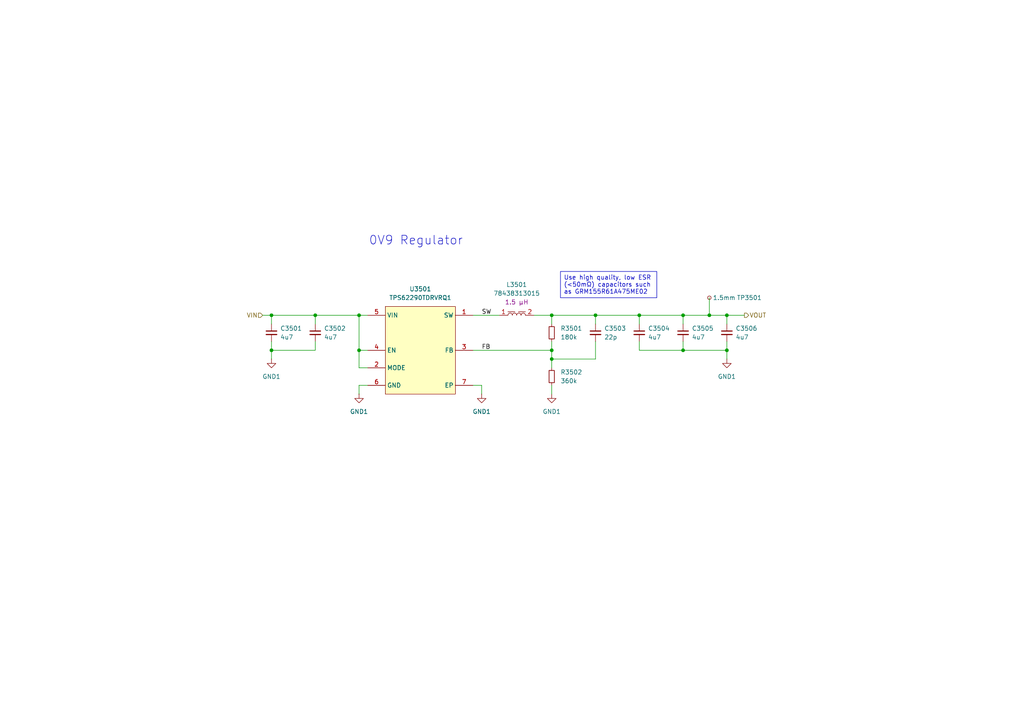
<source format=kicad_sch>
(kicad_sch
	(version 20250114)
	(generator "eeschema")
	(generator_version "9.0")
	(uuid "f18fc87d-cbc7-4ed0-9079-b77cd4454c05")
	(paper "A4")
	(lib_symbols
		(symbol "Connector:TestPoint_Small"
			(pin_numbers
				(hide yes)
			)
			(pin_names
				(offset 0.762)
				(hide yes)
			)
			(exclude_from_sim no)
			(in_bom yes)
			(on_board yes)
			(property "Reference" "TP"
				(at 0 3.81 0)
				(effects
					(font
						(size 1.27 1.27)
					)
				)
			)
			(property "Value" "TestPoint_Small"
				(at 0 2.032 0)
				(effects
					(font
						(size 1.27 1.27)
					)
				)
			)
			(property "Footprint" ""
				(at 5.08 0 0)
				(effects
					(font
						(size 1.27 1.27)
					)
					(hide yes)
				)
			)
			(property "Datasheet" "~"
				(at 5.08 0 0)
				(effects
					(font
						(size 1.27 1.27)
					)
					(hide yes)
				)
			)
			(property "Description" "test point"
				(at 0 0 0)
				(effects
					(font
						(size 1.27 1.27)
					)
					(hide yes)
				)
			)
			(property "ki_keywords" "test point tp"
				(at 0 0 0)
				(effects
					(font
						(size 1.27 1.27)
					)
					(hide yes)
				)
			)
			(property "ki_fp_filters" "Pin* Test*"
				(at 0 0 0)
				(effects
					(font
						(size 1.27 1.27)
					)
					(hide yes)
				)
			)
			(symbol "TestPoint_Small_0_1"
				(circle
					(center 0 0)
					(radius 0.508)
					(stroke
						(width 0)
						(type default)
					)
					(fill
						(type none)
					)
				)
			)
			(symbol "TestPoint_Small_1_1"
				(pin passive line
					(at 0 0 90)
					(length 0)
					(name "1"
						(effects
							(font
								(size 1.27 1.27)
							)
						)
					)
					(number "1"
						(effects
							(font
								(size 1.27 1.27)
							)
						)
					)
				)
			)
			(embedded_fonts no)
		)
		(symbol "Device:C_Small"
			(pin_numbers
				(hide yes)
			)
			(pin_names
				(offset 0.254)
				(hide yes)
			)
			(exclude_from_sim no)
			(in_bom yes)
			(on_board yes)
			(property "Reference" "C"
				(at 0.254 1.778 0)
				(effects
					(font
						(size 1.27 1.27)
					)
					(justify left)
				)
			)
			(property "Value" "C_Small"
				(at 0.254 -2.032 0)
				(effects
					(font
						(size 1.27 1.27)
					)
					(justify left)
				)
			)
			(property "Footprint" ""
				(at 0 0 0)
				(effects
					(font
						(size 1.27 1.27)
					)
					(hide yes)
				)
			)
			(property "Datasheet" "~"
				(at 0 0 0)
				(effects
					(font
						(size 1.27 1.27)
					)
					(hide yes)
				)
			)
			(property "Description" "Unpolarized capacitor, small symbol"
				(at 0 0 0)
				(effects
					(font
						(size 1.27 1.27)
					)
					(hide yes)
				)
			)
			(property "ki_keywords" "capacitor cap"
				(at 0 0 0)
				(effects
					(font
						(size 1.27 1.27)
					)
					(hide yes)
				)
			)
			(property "ki_fp_filters" "C_*"
				(at 0 0 0)
				(effects
					(font
						(size 1.27 1.27)
					)
					(hide yes)
				)
			)
			(symbol "C_Small_0_1"
				(polyline
					(pts
						(xy -1.524 0.508) (xy 1.524 0.508)
					)
					(stroke
						(width 0.3048)
						(type default)
					)
					(fill
						(type none)
					)
				)
				(polyline
					(pts
						(xy -1.524 -0.508) (xy 1.524 -0.508)
					)
					(stroke
						(width 0.3302)
						(type default)
					)
					(fill
						(type none)
					)
				)
			)
			(symbol "C_Small_1_1"
				(pin passive line
					(at 0 2.54 270)
					(length 2.032)
					(name "~"
						(effects
							(font
								(size 1.27 1.27)
							)
						)
					)
					(number "1"
						(effects
							(font
								(size 1.27 1.27)
							)
						)
					)
				)
				(pin passive line
					(at 0 -2.54 90)
					(length 2.032)
					(name "~"
						(effects
							(font
								(size 1.27 1.27)
							)
						)
					)
					(number "2"
						(effects
							(font
								(size 1.27 1.27)
							)
						)
					)
				)
			)
			(embedded_fonts no)
		)
		(symbol "Device:R_Small"
			(pin_numbers
				(hide yes)
			)
			(pin_names
				(offset 0.254)
				(hide yes)
			)
			(exclude_from_sim no)
			(in_bom yes)
			(on_board yes)
			(property "Reference" "R"
				(at 0 0 90)
				(effects
					(font
						(size 1.016 1.016)
					)
				)
			)
			(property "Value" "R_Small"
				(at 1.778 0 90)
				(effects
					(font
						(size 1.27 1.27)
					)
				)
			)
			(property "Footprint" ""
				(at 0 0 0)
				(effects
					(font
						(size 1.27 1.27)
					)
					(hide yes)
				)
			)
			(property "Datasheet" "~"
				(at 0 0 0)
				(effects
					(font
						(size 1.27 1.27)
					)
					(hide yes)
				)
			)
			(property "Description" "Resistor, small symbol"
				(at 0 0 0)
				(effects
					(font
						(size 1.27 1.27)
					)
					(hide yes)
				)
			)
			(property "ki_keywords" "R resistor"
				(at 0 0 0)
				(effects
					(font
						(size 1.27 1.27)
					)
					(hide yes)
				)
			)
			(property "ki_fp_filters" "R_*"
				(at 0 0 0)
				(effects
					(font
						(size 1.27 1.27)
					)
					(hide yes)
				)
			)
			(symbol "R_Small_0_1"
				(rectangle
					(start -0.762 1.778)
					(end 0.762 -1.778)
					(stroke
						(width 0.2032)
						(type default)
					)
					(fill
						(type none)
					)
				)
			)
			(symbol "R_Small_1_1"
				(pin passive line
					(at 0 2.54 270)
					(length 0.762)
					(name "~"
						(effects
							(font
								(size 1.27 1.27)
							)
						)
					)
					(number "1"
						(effects
							(font
								(size 1.27 1.27)
							)
						)
					)
				)
				(pin passive line
					(at 0 -2.54 90)
					(length 0.762)
					(name "~"
						(effects
							(font
								(size 1.27 1.27)
							)
						)
					)
					(number "2"
						(effects
							(font
								(size 1.27 1.27)
							)
						)
					)
				)
			)
			(embedded_fonts no)
		)
		(symbol "PWR-IND:1610_78438313015"
			(pin_names
				(hide yes)
			)
			(exclude_from_sim no)
			(in_bom yes)
			(on_board yes)
			(property "Reference" "L"
				(at 0 8.89 0)
				(effects
					(font
						(size 1.27 1.27)
					)
				)
			)
			(property "Value" "78438313015"
				(at 0 6.35 0)
				(effects
					(font
						(size 1.27 1.27)
					)
				)
			)
			(property "Footprint" "project_footprints:L_Wurth_WE-MAIA-1610"
				(at 12.7 20.32 0)
				(effects
					(font
						(size 1.27 1.27)
					)
					(justify left)
					(hide yes)
				)
			)
			(property "Datasheet" "https://www.we-online.com/catalog/datasheet/78438313015.pdf?ki"
				(at 12.7 17.78 0)
				(effects
					(font
						(size 1.27 1.27)
					)
					(justify left)
					(hide yes)
				)
			)
			(property "Description" "Single Coil Power Inductor"
				(at 0 0 0)
				(effects
					(font
						(size 1.27 1.27)
					)
					(hide yes)
				)
			)
			(property "Manufacturer" "Wurth Elektronik"
				(at 12.7 15.24 0)
				(effects
					(font
						(size 1.27 1.27)
					)
					(justify left)
					(hide yes)
				)
			)
			(property "Manufacturer URL" "https://www.we-online.com"
				(at 12.7 12.7 0)
				(effects
					(font
						(size 1.27 1.27)
					)
					(justify left)
					(hide yes)
				)
			)
			(property "Published Date" "20250429"
				(at 12.7 10.16 0)
				(effects
					(font
						(size 1.27 1.27)
					)
					(justify left)
					(hide yes)
				)
			)
			(property "Match Code" "WE-MAIA"
				(at 12.7 7.62 0)
				(effects
					(font
						(size 1.27 1.27)
					)
					(justify left)
					(hide yes)
				)
			)
			(property "Part Number" "78438313015"
				(at 12.7 5.08 0)
				(effects
					(font
						(size 1.27 1.27)
					)
					(justify left)
					(hide yes)
				)
			)
			(property "Size" "1610"
				(at 12.7 2.54 0)
				(effects
					(font
						(size 1.27 1.27)
					)
					(justify left)
					(hide yes)
				)
			)
			(property "Mounting Technology" "SMT"
				(at 12.7 0 0)
				(effects
					(font
						(size 1.27 1.27)
					)
					(justify left)
					(hide yes)
				)
			)
			(property "L (µH)" "1.5"
				(at 12.7 -2.54 0)
				(effects
					(font
						(size 1.27 1.27)
					)
					(justify left)
					(hide yes)
				)
			)
			(property "ISAT,10% (A)" "1.8"
				(at 12.7 -5.08 0)
				(effects
					(font
						(size 1.27 1.27)
					)
					(justify left)
					(hide yes)
				)
			)
			(property "ISAT,30% (A)" "3.45"
				(at 12.7 -7.62 0)
				(effects
					(font
						(size 1.27 1.27)
					)
					(justify left)
					(hide yes)
				)
			)
			(property "RDC max. (mΩ)" "237.0"
				(at 12.7 -10.16 0)
				(effects
					(font
						(size 1.27 1.27)
					)
					(justify left)
					(hide yes)
				)
			)
			(property "fres (MHz)" "90.0"
				(at 12.7 -12.7 0)
				(effects
					(font
						(size 1.27 1.27)
					)
					(justify left)
					(hide yes)
				)
			)
			(property "IRP,40K (A)" "1.8"
				(at 12.7 -15.24 0)
				(effects
					(font
						(size 1.27 1.27)
					)
					(justify left)
					(hide yes)
				)
			)
			(property "Critical Parameter" "1.5 µH"
				(at 0 3.81 0)
				(effects
					(font
						(size 1.27 1.27)
					)
				)
			)
			(property "ki_keywords" "SMT"
				(at 0 0 0)
				(effects
					(font
						(size 1.27 1.27)
					)
					(hide yes)
				)
			)
			(property "ki_fp_filters" "*WE-MAIA*1610*"
				(at 0 0 0)
				(effects
					(font
						(size 1.27 1.27)
					)
					(hide yes)
				)
			)
			(symbol "1610_78438313015_0_1"
				(polyline
					(pts
						(xy -2.54 1.016) (xy -0.508 1.016)
					)
					(stroke
						(width 0)
						(type default)
					)
					(fill
						(type none)
					)
				)
				(arc
					(start -2.54 0)
					(mid -1.905 0.6323)
					(end -1.27 0)
					(stroke
						(width 0)
						(type default)
					)
					(fill
						(type none)
					)
				)
				(arc
					(start -1.27 0)
					(mid -0.635 0.6323)
					(end 0 0)
					(stroke
						(width 0)
						(type default)
					)
					(fill
						(type none)
					)
				)
				(arc
					(start 0 0)
					(mid 0.635 0.6323)
					(end 1.27 0)
					(stroke
						(width 0)
						(type default)
					)
					(fill
						(type none)
					)
				)
				(arc
					(start 1.27 0)
					(mid 1.905 0.6323)
					(end 2.54 0)
					(stroke
						(width 0)
						(type default)
					)
					(fill
						(type none)
					)
				)
			)
			(symbol "1610_78438313015_1_1"
				(polyline
					(pts
						(xy 2.54 1.016) (xy 0.508 1.016)
					)
					(stroke
						(width 0)
						(type default)
					)
					(fill
						(type none)
					)
				)
				(pin power_in line
					(at -5.08 0 0)
					(length 2.54)
					(name "1"
						(effects
							(font
								(size 1.27 1.27)
							)
						)
					)
					(number "1"
						(effects
							(font
								(size 1.27 1.27)
							)
						)
					)
				)
				(pin power_out line
					(at 5.08 0 180)
					(length 2.54)
					(name "2"
						(effects
							(font
								(size 1.27 1.27)
							)
						)
					)
					(number "2"
						(effects
							(font
								(size 1.27 1.27)
							)
						)
					)
				)
			)
			(embedded_fonts no)
		)
		(symbol "PWR-SMPS:TPS62290TDRVRQ1"
			(exclude_from_sim no)
			(in_bom yes)
			(on_board yes)
			(property "Reference" "U"
				(at 0 5.08 0)
				(effects
					(font
						(size 1.27 1.27)
					)
				)
			)
			(property "Value" "TPS62290TDRVRQ1"
				(at 0 2.54 0)
				(effects
					(font
						(size 1.27 1.27)
					)
				)
			)
			(property "Footprint" "project_footprints:SON65P200X200X80-7N"
				(at 26.67 -94.92 0)
				(effects
					(font
						(size 1.27 1.27)
					)
					(justify left top)
					(hide yes)
				)
			)
			(property "Datasheet" "http://www.ti.com/lit/gpn/tps62290-q1"
				(at 26.67 -194.92 0)
				(effects
					(font
						(size 1.27 1.27)
					)
					(justify left top)
					(hide yes)
				)
			)
			(property "Description" "Automotive 2.3V to 6V, 2.25MHz Fixed Frequency 1A Buck Converter in 2x2mm SON/TSOT23 Package"
				(at 0 -27.94 0)
				(effects
					(font
						(size 1.27 1.27)
					)
					(hide yes)
				)
			)
			(property "Height" "0.8"
				(at 26.67 -394.92 0)
				(effects
					(font
						(size 1.27 1.27)
					)
					(justify left top)
					(hide yes)
				)
			)
			(property "Mouser Part Number" "595-TPS62290TDRVRQ1"
				(at 26.67 -494.92 0)
				(effects
					(font
						(size 1.27 1.27)
					)
					(justify left top)
					(hide yes)
				)
			)
			(property "Mouser Price/Stock" "https://www.mouser.co.uk/ProductDetail/Texas-Instruments/TPS62290TDRVRQ1?qs=NiBvnJE4bX0YWtuMnJowVQ%3D%3D"
				(at 26.67 -594.92 0)
				(effects
					(font
						(size 1.27 1.27)
					)
					(justify left top)
					(hide yes)
				)
			)
			(property "Manufacturer_Name" "Texas Instruments"
				(at 26.67 -694.92 0)
				(effects
					(font
						(size 1.27 1.27)
					)
					(justify left top)
					(hide yes)
				)
			)
			(property "Manufacturer_Part_Number" "TPS62290TDRVRQ1"
				(at 26.67 -794.92 0)
				(effects
					(font
						(size 1.27 1.27)
					)
					(justify left top)
					(hide yes)
				)
			)
			(symbol "TPS62290TDRVRQ1_1_1"
				(rectangle
					(start -10.16 0)
					(end 10.16 -25.4)
					(stroke
						(width 0)
						(type solid)
					)
					(fill
						(type background)
					)
				)
				(pin power_in line
					(at -15.24 -2.54 0)
					(length 5.08)
					(name "VIN"
						(effects
							(font
								(size 1.27 1.27)
							)
						)
					)
					(number "5"
						(effects
							(font
								(size 1.27 1.27)
							)
						)
					)
				)
				(pin input line
					(at -15.24 -12.7 0)
					(length 5.08)
					(name "EN"
						(effects
							(font
								(size 1.27 1.27)
							)
						)
					)
					(number "4"
						(effects
							(font
								(size 1.27 1.27)
							)
						)
					)
				)
				(pin input line
					(at -15.24 -17.78 0)
					(length 5.08)
					(name "MODE"
						(effects
							(font
								(size 1.27 1.27)
							)
						)
					)
					(number "2"
						(effects
							(font
								(size 1.27 1.27)
							)
						)
					)
				)
				(pin power_in line
					(at -15.24 -22.86 0)
					(length 5.08)
					(name "GND"
						(effects
							(font
								(size 1.27 1.27)
							)
						)
					)
					(number "6"
						(effects
							(font
								(size 1.27 1.27)
							)
						)
					)
				)
				(pin power_out line
					(at 15.24 -2.54 180)
					(length 5.08)
					(name "SW"
						(effects
							(font
								(size 1.27 1.27)
							)
						)
					)
					(number "1"
						(effects
							(font
								(size 1.27 1.27)
							)
						)
					)
				)
				(pin input line
					(at 15.24 -12.7 180)
					(length 5.08)
					(name "FB"
						(effects
							(font
								(size 1.27 1.27)
							)
						)
					)
					(number "3"
						(effects
							(font
								(size 1.27 1.27)
							)
						)
					)
				)
				(pin power_in line
					(at 15.24 -22.86 180)
					(length 5.08)
					(name "EP"
						(effects
							(font
								(size 1.27 1.27)
							)
						)
					)
					(number "7"
						(effects
							(font
								(size 1.27 1.27)
							)
						)
					)
				)
			)
			(embedded_fonts no)
		)
		(symbol "power:GND1"
			(power)
			(pin_numbers
				(hide yes)
			)
			(pin_names
				(offset 0)
				(hide yes)
			)
			(exclude_from_sim no)
			(in_bom yes)
			(on_board yes)
			(property "Reference" "#PWR"
				(at 0 -6.35 0)
				(effects
					(font
						(size 1.27 1.27)
					)
					(hide yes)
				)
			)
			(property "Value" "GND1"
				(at 0 -3.81 0)
				(effects
					(font
						(size 1.27 1.27)
					)
				)
			)
			(property "Footprint" ""
				(at 0 0 0)
				(effects
					(font
						(size 1.27 1.27)
					)
					(hide yes)
				)
			)
			(property "Datasheet" ""
				(at 0 0 0)
				(effects
					(font
						(size 1.27 1.27)
					)
					(hide yes)
				)
			)
			(property "Description" "Power symbol creates a global label with name \"GND1\" , ground"
				(at 0 0 0)
				(effects
					(font
						(size 1.27 1.27)
					)
					(hide yes)
				)
			)
			(property "ki_keywords" "global power"
				(at 0 0 0)
				(effects
					(font
						(size 1.27 1.27)
					)
					(hide yes)
				)
			)
			(symbol "GND1_0_1"
				(polyline
					(pts
						(xy 0 0) (xy 0 -1.27) (xy 1.27 -1.27) (xy 0 -2.54) (xy -1.27 -1.27) (xy 0 -1.27)
					)
					(stroke
						(width 0)
						(type default)
					)
					(fill
						(type none)
					)
				)
			)
			(symbol "GND1_1_1"
				(pin power_in line
					(at 0 0 270)
					(length 0)
					(name "~"
						(effects
							(font
								(size 1.27 1.27)
							)
						)
					)
					(number "1"
						(effects
							(font
								(size 1.27 1.27)
							)
						)
					)
				)
			)
			(embedded_fonts no)
		)
	)
	(text "0V9 Regulator"
		(exclude_from_sim no)
		(at 120.65 69.85 0)
		(effects
			(font
				(size 2.54 2.54)
			)
		)
		(uuid "7466e9e3-85c7-4d32-9d82-55855d015681")
	)
	(text_box "Use high quality, low ESR (<50mΩ) capacitors such as GRM155R61A475ME02"
		(exclude_from_sim no)
		(at 162.56 78.74 0)
		(size 27.94 7.62)
		(margins 0.9525 0.9525 0.9525 0.9525)
		(stroke
			(width 0)
			(type solid)
		)
		(fill
			(type none)
		)
		(effects
			(font
				(size 1.27 1.27)
			)
			(justify left top)
		)
		(uuid "467d5e68-ce76-4edc-8961-3071dc848990")
	)
	(junction
		(at 198.12 91.44)
		(diameter 0)
		(color 0 0 0 0)
		(uuid "013d1ea5-1c62-44c8-9f53-9f2b55ed354d")
	)
	(junction
		(at 160.02 104.14)
		(diameter 0)
		(color 0 0 0 0)
		(uuid "232c14f3-b2c0-4707-89c0-836713841b33")
	)
	(junction
		(at 172.72 91.44)
		(diameter 0)
		(color 0 0 0 0)
		(uuid "71e9c28c-5f90-45bc-aa8f-a41b93ac813a")
	)
	(junction
		(at 185.42 91.44)
		(diameter 0)
		(color 0 0 0 0)
		(uuid "7cf6279d-f16a-4618-8c9b-351efb22954a")
	)
	(junction
		(at 210.82 101.6)
		(diameter 0)
		(color 0 0 0 0)
		(uuid "8356cb98-13d8-42b6-be03-cd2ccdca53fb")
	)
	(junction
		(at 104.14 101.6)
		(diameter 0)
		(color 0 0 0 0)
		(uuid "85adb1a3-61aa-4de8-9780-97d94dffaa2f")
	)
	(junction
		(at 205.74 91.44)
		(diameter 0)
		(color 0 0 0 0)
		(uuid "878124cf-c4fd-4073-ba34-f9874fb73d0c")
	)
	(junction
		(at 78.74 101.6)
		(diameter 0)
		(color 0 0 0 0)
		(uuid "87cae480-7570-436f-bb26-8777900aeebd")
	)
	(junction
		(at 160.02 91.44)
		(diameter 0)
		(color 0 0 0 0)
		(uuid "9f99ac51-8bef-47f0-8cc5-2143201a8742")
	)
	(junction
		(at 104.14 91.44)
		(diameter 0)
		(color 0 0 0 0)
		(uuid "a1e4d6ef-7dc5-4e97-86e2-d944ad047dba")
	)
	(junction
		(at 91.44 91.44)
		(diameter 0)
		(color 0 0 0 0)
		(uuid "c30032f0-08d3-46ea-a650-80d1584eb94a")
	)
	(junction
		(at 198.12 101.6)
		(diameter 0)
		(color 0 0 0 0)
		(uuid "c6d232e4-85f6-4539-9707-bd786d69605c")
	)
	(junction
		(at 78.74 91.44)
		(diameter 0)
		(color 0 0 0 0)
		(uuid "c9c8444b-f922-4965-980d-d98a33226dd7")
	)
	(junction
		(at 210.82 91.44)
		(diameter 0)
		(color 0 0 0 0)
		(uuid "e508864f-298e-41eb-be28-b6e35b5241a5")
	)
	(junction
		(at 160.02 101.6)
		(diameter 0)
		(color 0 0 0 0)
		(uuid "f1d6a8f9-3db2-404d-9612-e8479a8a190a")
	)
	(wire
		(pts
			(xy 106.68 106.68) (xy 104.14 106.68)
		)
		(stroke
			(width 0)
			(type default)
		)
		(uuid "05eb79ad-7dcf-427a-9e37-0d363a5e9454")
	)
	(wire
		(pts
			(xy 198.12 99.06) (xy 198.12 101.6)
		)
		(stroke
			(width 0)
			(type default)
		)
		(uuid "066a4116-512e-4f00-a01d-72d166f42888")
	)
	(wire
		(pts
			(xy 104.14 111.76) (xy 104.14 114.3)
		)
		(stroke
			(width 0)
			(type default)
		)
		(uuid "1240b837-acfa-4763-8800-5e43df7f208b")
	)
	(wire
		(pts
			(xy 172.72 91.44) (xy 185.42 91.44)
		)
		(stroke
			(width 0)
			(type default)
		)
		(uuid "1bbae22d-4b78-4381-a0cb-97b4aa5f5a68")
	)
	(wire
		(pts
			(xy 160.02 91.44) (xy 172.72 91.44)
		)
		(stroke
			(width 0)
			(type default)
		)
		(uuid "1d575a55-86f8-4a8a-8485-f5dbf62ea5ed")
	)
	(wire
		(pts
			(xy 78.74 91.44) (xy 78.74 93.98)
		)
		(stroke
			(width 0)
			(type default)
		)
		(uuid "1e29d771-7fbe-4b0c-8041-46583096b166")
	)
	(wire
		(pts
			(xy 91.44 99.06) (xy 91.44 101.6)
		)
		(stroke
			(width 0)
			(type default)
		)
		(uuid "28b78613-89b4-4f43-a185-72172bdbf30a")
	)
	(wire
		(pts
			(xy 210.82 91.44) (xy 215.9 91.44)
		)
		(stroke
			(width 0)
			(type default)
		)
		(uuid "360887b8-610e-4a59-9c1b-4724c385df35")
	)
	(wire
		(pts
			(xy 185.42 101.6) (xy 198.12 101.6)
		)
		(stroke
			(width 0)
			(type default)
		)
		(uuid "43882358-d060-44d5-9b42-fc0892ed34b3")
	)
	(wire
		(pts
			(xy 160.02 104.14) (xy 160.02 106.68)
		)
		(stroke
			(width 0)
			(type default)
		)
		(uuid "4a3a7480-f58a-49d5-810a-6b5b987f7144")
	)
	(wire
		(pts
			(xy 160.02 91.44) (xy 160.02 93.98)
		)
		(stroke
			(width 0)
			(type default)
		)
		(uuid "4b86c05f-a421-4aee-b933-f17ce7ab126d")
	)
	(wire
		(pts
			(xy 104.14 106.68) (xy 104.14 101.6)
		)
		(stroke
			(width 0)
			(type default)
		)
		(uuid "550a08c8-d1d8-4752-a9f8-e0093dbe6d2d")
	)
	(wire
		(pts
			(xy 91.44 91.44) (xy 91.44 93.98)
		)
		(stroke
			(width 0)
			(type default)
		)
		(uuid "5f43e262-7cdf-47ad-8035-f07ddd27a3a7")
	)
	(wire
		(pts
			(xy 78.74 91.44) (xy 91.44 91.44)
		)
		(stroke
			(width 0)
			(type default)
		)
		(uuid "617b7c44-5302-4d6b-adc4-8c1ef30107bb")
	)
	(wire
		(pts
			(xy 185.42 99.06) (xy 185.42 101.6)
		)
		(stroke
			(width 0)
			(type default)
		)
		(uuid "73d18cfa-f4d3-4e62-8d89-b4890d6b57ba")
	)
	(wire
		(pts
			(xy 139.7 114.3) (xy 139.7 111.76)
		)
		(stroke
			(width 0)
			(type default)
		)
		(uuid "7d443872-b929-43ae-b600-c84f8e2b971a")
	)
	(wire
		(pts
			(xy 137.16 101.6) (xy 160.02 101.6)
		)
		(stroke
			(width 0)
			(type default)
		)
		(uuid "803c0900-aa3e-43ea-9c04-c811d8bc8ddb")
	)
	(wire
		(pts
			(xy 205.74 91.44) (xy 210.82 91.44)
		)
		(stroke
			(width 0)
			(type default)
		)
		(uuid "8ce3ebb2-3484-425a-9f21-392d6c518dcf")
	)
	(wire
		(pts
			(xy 78.74 101.6) (xy 91.44 101.6)
		)
		(stroke
			(width 0)
			(type default)
		)
		(uuid "8e01651a-ca14-4793-b1e0-3bbc0ab0c967")
	)
	(wire
		(pts
			(xy 172.72 91.44) (xy 172.72 93.98)
		)
		(stroke
			(width 0)
			(type default)
		)
		(uuid "918fa25c-8bd6-43d3-ba57-9028ec3ad928")
	)
	(wire
		(pts
			(xy 160.02 99.06) (xy 160.02 101.6)
		)
		(stroke
			(width 0)
			(type default)
		)
		(uuid "93f3edaf-b60e-48a3-a9ab-30a0dafc0f06")
	)
	(wire
		(pts
			(xy 198.12 91.44) (xy 198.12 93.98)
		)
		(stroke
			(width 0)
			(type default)
		)
		(uuid "9c94d7de-5420-4a98-8b1a-22cbbddd2fdd")
	)
	(wire
		(pts
			(xy 154.94 91.44) (xy 160.02 91.44)
		)
		(stroke
			(width 0)
			(type default)
		)
		(uuid "a57cc820-5f13-4bec-a251-4ee4b84bdcce")
	)
	(wire
		(pts
			(xy 78.74 99.06) (xy 78.74 101.6)
		)
		(stroke
			(width 0)
			(type default)
		)
		(uuid "a9f0d597-4eb2-42c3-8f8e-e5aa768990ab")
	)
	(wire
		(pts
			(xy 139.7 111.76) (xy 137.16 111.76)
		)
		(stroke
			(width 0)
			(type default)
		)
		(uuid "abb893d6-17ed-4388-bb78-f5bd64d609f3")
	)
	(wire
		(pts
			(xy 137.16 91.44) (xy 144.78 91.44)
		)
		(stroke
			(width 0)
			(type default)
		)
		(uuid "abd52fa4-051a-4b8b-a7f4-22a0373dfa46")
	)
	(wire
		(pts
			(xy 210.82 104.14) (xy 210.82 101.6)
		)
		(stroke
			(width 0)
			(type default)
		)
		(uuid "b051f184-a8e0-4b08-a009-57d840c3bc2f")
	)
	(wire
		(pts
			(xy 210.82 101.6) (xy 198.12 101.6)
		)
		(stroke
			(width 0)
			(type default)
		)
		(uuid "bbfaf6d8-32c1-4748-9949-079ab9b19cdf")
	)
	(wire
		(pts
			(xy 76.2 91.44) (xy 78.74 91.44)
		)
		(stroke
			(width 0)
			(type default)
		)
		(uuid "bed9ece8-ab19-4c86-aecb-53efe37e790c")
	)
	(wire
		(pts
			(xy 104.14 91.44) (xy 106.68 91.44)
		)
		(stroke
			(width 0)
			(type default)
		)
		(uuid "bf43206a-01ff-4f5f-a467-cdc683726bb0")
	)
	(wire
		(pts
			(xy 91.44 91.44) (xy 104.14 91.44)
		)
		(stroke
			(width 0)
			(type default)
		)
		(uuid "c80c1f5e-3d48-4947-9f1a-c590970b41c2")
	)
	(wire
		(pts
			(xy 106.68 111.76) (xy 104.14 111.76)
		)
		(stroke
			(width 0)
			(type default)
		)
		(uuid "c8d38696-a602-469b-accb-a22dcb05ace7")
	)
	(wire
		(pts
			(xy 210.82 99.06) (xy 210.82 101.6)
		)
		(stroke
			(width 0)
			(type default)
		)
		(uuid "d0b8fe52-23a6-4ecc-b04c-c2ea979b8a5e")
	)
	(wire
		(pts
			(xy 205.74 91.44) (xy 205.74 86.36)
		)
		(stroke
			(width 0)
			(type default)
		)
		(uuid "d0faff78-81e7-41ab-9da6-2f2e21ffeddc")
	)
	(wire
		(pts
			(xy 210.82 91.44) (xy 210.82 93.98)
		)
		(stroke
			(width 0)
			(type default)
		)
		(uuid "d2afa6a3-a379-4cc8-bc12-f001d6b9606d")
	)
	(wire
		(pts
			(xy 198.12 91.44) (xy 205.74 91.44)
		)
		(stroke
			(width 0)
			(type default)
		)
		(uuid "d5167e4d-ab62-429b-8476-acfb861d771e")
	)
	(wire
		(pts
			(xy 160.02 101.6) (xy 160.02 104.14)
		)
		(stroke
			(width 0)
			(type default)
		)
		(uuid "d66f2adb-155e-4e41-9eaf-25911e52e617")
	)
	(wire
		(pts
			(xy 172.72 99.06) (xy 172.72 104.14)
		)
		(stroke
			(width 0)
			(type default)
		)
		(uuid "dccb04c2-a902-47e0-9992-a859f8ebf99f")
	)
	(wire
		(pts
			(xy 185.42 91.44) (xy 185.42 93.98)
		)
		(stroke
			(width 0)
			(type default)
		)
		(uuid "e1bb2cfa-8ce8-4f5b-a600-0a4b651f4b5d")
	)
	(wire
		(pts
			(xy 185.42 91.44) (xy 198.12 91.44)
		)
		(stroke
			(width 0)
			(type default)
		)
		(uuid "ecc16b00-1a47-49cb-9cc5-234e26832798")
	)
	(wire
		(pts
			(xy 172.72 104.14) (xy 160.02 104.14)
		)
		(stroke
			(width 0)
			(type default)
		)
		(uuid "ee9fb2ef-f739-47f3-8c04-19d70132b2f5")
	)
	(wire
		(pts
			(xy 160.02 111.76) (xy 160.02 114.3)
		)
		(stroke
			(width 0)
			(type default)
		)
		(uuid "f2b2c135-d54f-4da1-a8f7-b4ff0f52167f")
	)
	(wire
		(pts
			(xy 104.14 101.6) (xy 106.68 101.6)
		)
		(stroke
			(width 0)
			(type default)
		)
		(uuid "f39b1e1d-77f2-437f-ab63-0177cc2b1edf")
	)
	(wire
		(pts
			(xy 78.74 104.14) (xy 78.74 101.6)
		)
		(stroke
			(width 0)
			(type default)
		)
		(uuid "f6815445-f65d-4f43-b393-2d6da249b2b4")
	)
	(wire
		(pts
			(xy 104.14 101.6) (xy 104.14 91.44)
		)
		(stroke
			(width 0)
			(type default)
		)
		(uuid "f84f98d0-562f-4f78-8e10-30fd39632bd1")
	)
	(label "SW"
		(at 139.7 91.44 0)
		(effects
			(font
				(size 1.27 1.27)
			)
			(justify left bottom)
		)
		(uuid "1ae86b8e-463d-4488-9d82-4307389f1764")
	)
	(label "FB"
		(at 139.7 101.6 0)
		(effects
			(font
				(size 1.27 1.27)
			)
			(justify left bottom)
		)
		(uuid "a8f5c16d-efbf-4511-8556-ce3f0a44de9e")
	)
	(hierarchical_label "VOUT"
		(shape output)
		(at 215.9 91.44 0)
		(effects
			(font
				(size 1.27 1.27)
			)
			(justify left)
		)
		(uuid "a1839225-99d9-4433-87c0-70b4636c2df4")
	)
	(hierarchical_label "VIN"
		(shape input)
		(at 76.2 91.44 180)
		(effects
			(font
				(size 1.27 1.27)
			)
			(justify right)
		)
		(uuid "da2195a4-0dab-41ac-985d-0d41a40f3e61")
	)
	(symbol
		(lib_id "PWR-SMPS:TPS62290TDRVRQ1")
		(at 121.92 88.9 0)
		(unit 1)
		(exclude_from_sim no)
		(in_bom yes)
		(on_board yes)
		(dnp no)
		(fields_autoplaced yes)
		(uuid "3d59ad09-ea2b-4578-827a-691d58a5da48")
		(property "Reference" "U3501"
			(at 121.92 83.82 0)
			(effects
				(font
					(size 1.27 1.27)
				)
			)
		)
		(property "Value" "TPS62290TDRVRQ1"
			(at 121.92 86.36 0)
			(effects
				(font
					(size 1.27 1.27)
				)
			)
		)
		(property "Footprint" "project_footprints:SON65P200X200X80-7N"
			(at 148.59 183.82 0)
			(effects
				(font
					(size 1.27 1.27)
				)
				(justify left top)
				(hide yes)
			)
		)
		(property "Datasheet" "http://www.ti.com/lit/gpn/tps62290-q1"
			(at 148.59 283.82 0)
			(effects
				(font
					(size 1.27 1.27)
				)
				(justify left top)
				(hide yes)
			)
		)
		(property "Description" "Automotive 2.3V to 6V, 2.25MHz Fixed Frequency 1A Buck Converter in 2x2mm SON/TSOT23 Package"
			(at 121.92 116.84 0)
			(effects
				(font
					(size 1.27 1.27)
				)
				(hide yes)
			)
		)
		(property "Height" "0.8"
			(at 148.59 483.82 0)
			(effects
				(font
					(size 1.27 1.27)
				)
				(justify left top)
				(hide yes)
			)
		)
		(property "Mouser Part Number" "595-TPS62290TDRVRQ1"
			(at 148.59 583.82 0)
			(effects
				(font
					(size 1.27 1.27)
				)
				(justify left top)
				(hide yes)
			)
		)
		(property "Mouser Price/Stock" "https://www.mouser.co.uk/ProductDetail/Texas-Instruments/TPS62290TDRVRQ1?qs=NiBvnJE4bX0YWtuMnJowVQ%3D%3D"
			(at 148.59 683.82 0)
			(effects
				(font
					(size 1.27 1.27)
				)
				(justify left top)
				(hide yes)
			)
		)
		(property "Manufacturer_Name" "Texas Instruments"
			(at 148.59 783.82 0)
			(effects
				(font
					(size 1.27 1.27)
				)
				(justify left top)
				(hide yes)
			)
		)
		(property "Manufacturer_Part_Number" "TPS62290TDRVRQ1"
			(at 148.59 883.82 0)
			(effects
				(font
					(size 1.27 1.27)
				)
				(justify left top)
				(hide yes)
			)
		)
		(pin "1"
			(uuid "c5e68a6a-d97d-4049-b68f-bdafa44017dd")
		)
		(pin "4"
			(uuid "156fdef2-fc6e-4ae9-a24e-ef14f58dd8d3")
		)
		(pin "3"
			(uuid "a8e48a15-c253-4572-884c-ec346d7e68e6")
		)
		(pin "5"
			(uuid "8eece8b4-d343-4cff-867d-626bf09fdbed")
		)
		(pin "6"
			(uuid "c3954c75-3936-4c7e-a4e5-85f60998ae4b")
		)
		(pin "7"
			(uuid "18205ba4-b76a-4049-86fc-90533ffe8224")
		)
		(pin "2"
			(uuid "cc6611b4-96f6-4706-8116-272412102e9a")
		)
		(instances
			(project "switch_main_v5"
				(path "/a5e57332-4284-4d3c-ab3c-13bc0ddb29b6/b1ff42f5-7cae-489e-9f8e-588cc93f3151/d017dddd-15df-4565-b589-89c8c78bc85c/5eda8004-b237-426b-aab2-0152d2e24a78"
					(reference "U3501")
					(unit 1)
				)
				(path "/a5e57332-4284-4d3c-ab3c-13bc0ddb29b6/b1ff42f5-7cae-489e-9f8e-588cc93f3151/d017dddd-15df-4565-b589-89c8c78bc85c/b144e5db-2697-460b-8f78-fd76ee3c608f"
					(reference "U3601")
					(unit 1)
				)
			)
		)
	)
	(symbol
		(lib_id "Connector:TestPoint_Small")
		(at 205.74 86.36 0)
		(unit 1)
		(exclude_from_sim no)
		(in_bom no)
		(on_board yes)
		(dnp no)
		(uuid "4dbd3a17-67c6-42a1-bac6-793951991d50")
		(property "Reference" "TP3501"
			(at 220.98 86.36 0)
			(effects
				(font
					(size 1.27 1.27)
				)
				(justify right)
			)
		)
		(property "Value" "1.5mm"
			(at 213.36 86.36 0)
			(effects
				(font
					(size 1.27 1.27)
				)
				(justify right)
			)
		)
		(property "Footprint" "TestPoint:TestPoint_Pad_D1.5mm"
			(at 210.82 86.36 0)
			(effects
				(font
					(size 1.27 1.27)
				)
				(hide yes)
			)
		)
		(property "Datasheet" "~"
			(at 210.82 86.36 0)
			(effects
				(font
					(size 1.27 1.27)
				)
				(hide yes)
			)
		)
		(property "Description" "test point"
			(at 205.74 86.36 0)
			(effects
				(font
					(size 1.27 1.27)
				)
				(hide yes)
			)
		)
		(pin "1"
			(uuid "21076279-4bbe-458a-91f6-9f11e3cd8dd8")
		)
		(instances
			(project "switch_main_v5"
				(path "/a5e57332-4284-4d3c-ab3c-13bc0ddb29b6/b1ff42f5-7cae-489e-9f8e-588cc93f3151/d017dddd-15df-4565-b589-89c8c78bc85c/5eda8004-b237-426b-aab2-0152d2e24a78"
					(reference "TP3501")
					(unit 1)
				)
				(path "/a5e57332-4284-4d3c-ab3c-13bc0ddb29b6/b1ff42f5-7cae-489e-9f8e-588cc93f3151/d017dddd-15df-4565-b589-89c8c78bc85c/b144e5db-2697-460b-8f78-fd76ee3c608f"
					(reference "TP3601")
					(unit 1)
				)
			)
		)
	)
	(symbol
		(lib_id "power:GND1")
		(at 160.02 114.3 0)
		(unit 1)
		(exclude_from_sim no)
		(in_bom yes)
		(on_board yes)
		(dnp no)
		(fields_autoplaced yes)
		(uuid "7c0451fc-37ff-4919-aebe-dab34d9d3488")
		(property "Reference" "#PWR03504"
			(at 160.02 120.65 0)
			(effects
				(font
					(size 1.27 1.27)
				)
				(hide yes)
			)
		)
		(property "Value" "GND1"
			(at 160.02 119.38 0)
			(effects
				(font
					(size 1.27 1.27)
				)
			)
		)
		(property "Footprint" ""
			(at 160.02 114.3 0)
			(effects
				(font
					(size 1.27 1.27)
				)
				(hide yes)
			)
		)
		(property "Datasheet" ""
			(at 160.02 114.3 0)
			(effects
				(font
					(size 1.27 1.27)
				)
				(hide yes)
			)
		)
		(property "Description" "Power symbol creates a global label with name \"GND1\" , ground"
			(at 160.02 114.3 0)
			(effects
				(font
					(size 1.27 1.27)
				)
				(hide yes)
			)
		)
		(pin "1"
			(uuid "54b65164-9335-4d50-a1e6-b27de697b2b8")
		)
		(instances
			(project "switch_main_v5"
				(path "/a5e57332-4284-4d3c-ab3c-13bc0ddb29b6/b1ff42f5-7cae-489e-9f8e-588cc93f3151/d017dddd-15df-4565-b589-89c8c78bc85c/5eda8004-b237-426b-aab2-0152d2e24a78"
					(reference "#PWR03504")
					(unit 1)
				)
				(path "/a5e57332-4284-4d3c-ab3c-13bc0ddb29b6/b1ff42f5-7cae-489e-9f8e-588cc93f3151/d017dddd-15df-4565-b589-89c8c78bc85c/b144e5db-2697-460b-8f78-fd76ee3c608f"
					(reference "#PWR03604")
					(unit 1)
				)
			)
		)
	)
	(symbol
		(lib_id "Device:R_Small")
		(at 160.02 109.22 0)
		(unit 1)
		(exclude_from_sim no)
		(in_bom yes)
		(on_board yes)
		(dnp no)
		(fields_autoplaced yes)
		(uuid "7ea70d92-f384-4c6a-b145-5132c8689aa6")
		(property "Reference" "R3502"
			(at 162.56 107.9499 0)
			(effects
				(font
					(size 1.27 1.27)
				)
				(justify left)
			)
		)
		(property "Value" "360k"
			(at 162.56 110.4899 0)
			(effects
				(font
					(size 1.27 1.27)
				)
				(justify left)
			)
		)
		(property "Footprint" "Resistor_SMD:R_0402_1005Metric"
			(at 160.02 109.22 0)
			(effects
				(font
					(size 1.27 1.27)
				)
				(hide yes)
			)
		)
		(property "Datasheet" "~"
			(at 160.02 109.22 0)
			(effects
				(font
					(size 1.27 1.27)
				)
				(hide yes)
			)
		)
		(property "Description" "Resistor, small symbol"
			(at 160.02 109.22 0)
			(effects
				(font
					(size 1.27 1.27)
				)
				(hide yes)
			)
		)
		(pin "2"
			(uuid "6def97f0-8b61-48bb-bb55-c9acf9091bf2")
		)
		(pin "1"
			(uuid "df8cb6fe-8e21-40b3-bb04-3fcbcf2ca30f")
		)
		(instances
			(project "switch_main_v5"
				(path "/a5e57332-4284-4d3c-ab3c-13bc0ddb29b6/b1ff42f5-7cae-489e-9f8e-588cc93f3151/d017dddd-15df-4565-b589-89c8c78bc85c/5eda8004-b237-426b-aab2-0152d2e24a78"
					(reference "R3502")
					(unit 1)
				)
				(path "/a5e57332-4284-4d3c-ab3c-13bc0ddb29b6/b1ff42f5-7cae-489e-9f8e-588cc93f3151/d017dddd-15df-4565-b589-89c8c78bc85c/b144e5db-2697-460b-8f78-fd76ee3c608f"
					(reference "R3602")
					(unit 1)
				)
			)
		)
	)
	(symbol
		(lib_id "power:GND1")
		(at 139.7 114.3 0)
		(unit 1)
		(exclude_from_sim no)
		(in_bom yes)
		(on_board yes)
		(dnp no)
		(fields_autoplaced yes)
		(uuid "8fe9f67c-bd45-4e1b-917a-78f9babc7fc7")
		(property "Reference" "#PWR03503"
			(at 139.7 120.65 0)
			(effects
				(font
					(size 1.27 1.27)
				)
				(hide yes)
			)
		)
		(property "Value" "GND1"
			(at 139.7 119.38 0)
			(effects
				(font
					(size 1.27 1.27)
				)
			)
		)
		(property "Footprint" ""
			(at 139.7 114.3 0)
			(effects
				(font
					(size 1.27 1.27)
				)
				(hide yes)
			)
		)
		(property "Datasheet" ""
			(at 139.7 114.3 0)
			(effects
				(font
					(size 1.27 1.27)
				)
				(hide yes)
			)
		)
		(property "Description" "Power symbol creates a global label with name \"GND1\" , ground"
			(at 139.7 114.3 0)
			(effects
				(font
					(size 1.27 1.27)
				)
				(hide yes)
			)
		)
		(pin "1"
			(uuid "e23aee8f-cde0-4e7f-9452-1cd50f051aad")
		)
		(instances
			(project "switch_main_v5"
				(path "/a5e57332-4284-4d3c-ab3c-13bc0ddb29b6/b1ff42f5-7cae-489e-9f8e-588cc93f3151/d017dddd-15df-4565-b589-89c8c78bc85c/5eda8004-b237-426b-aab2-0152d2e24a78"
					(reference "#PWR03503")
					(unit 1)
				)
				(path "/a5e57332-4284-4d3c-ab3c-13bc0ddb29b6/b1ff42f5-7cae-489e-9f8e-588cc93f3151/d017dddd-15df-4565-b589-89c8c78bc85c/b144e5db-2697-460b-8f78-fd76ee3c608f"
					(reference "#PWR03603")
					(unit 1)
				)
			)
		)
	)
	(symbol
		(lib_id "power:GND1")
		(at 210.82 104.14 0)
		(unit 1)
		(exclude_from_sim no)
		(in_bom yes)
		(on_board yes)
		(dnp no)
		(fields_autoplaced yes)
		(uuid "a0b6e075-2541-4aca-9766-a67d83d0a553")
		(property "Reference" "#PWR03505"
			(at 210.82 110.49 0)
			(effects
				(font
					(size 1.27 1.27)
				)
				(hide yes)
			)
		)
		(property "Value" "GND1"
			(at 210.82 109.22 0)
			(effects
				(font
					(size 1.27 1.27)
				)
			)
		)
		(property "Footprint" ""
			(at 210.82 104.14 0)
			(effects
				(font
					(size 1.27 1.27)
				)
				(hide yes)
			)
		)
		(property "Datasheet" ""
			(at 210.82 104.14 0)
			(effects
				(font
					(size 1.27 1.27)
				)
				(hide yes)
			)
		)
		(property "Description" "Power symbol creates a global label with name \"GND1\" , ground"
			(at 210.82 104.14 0)
			(effects
				(font
					(size 1.27 1.27)
				)
				(hide yes)
			)
		)
		(pin "1"
			(uuid "1ce33608-c7d6-4535-acb2-02c50d058f1d")
		)
		(instances
			(project "switch_main_v5"
				(path "/a5e57332-4284-4d3c-ab3c-13bc0ddb29b6/b1ff42f5-7cae-489e-9f8e-588cc93f3151/d017dddd-15df-4565-b589-89c8c78bc85c/5eda8004-b237-426b-aab2-0152d2e24a78"
					(reference "#PWR03505")
					(unit 1)
				)
				(path "/a5e57332-4284-4d3c-ab3c-13bc0ddb29b6/b1ff42f5-7cae-489e-9f8e-588cc93f3151/d017dddd-15df-4565-b589-89c8c78bc85c/b144e5db-2697-460b-8f78-fd76ee3c608f"
					(reference "#PWR03605")
					(unit 1)
				)
			)
		)
	)
	(symbol
		(lib_id "Device:C_Small")
		(at 198.12 96.52 0)
		(unit 1)
		(exclude_from_sim no)
		(in_bom yes)
		(on_board yes)
		(dnp no)
		(fields_autoplaced yes)
		(uuid "b22635cc-6695-4cba-81e3-91ebcf753809")
		(property "Reference" "C3505"
			(at 200.66 95.2562 0)
			(effects
				(font
					(size 1.27 1.27)
				)
				(justify left)
			)
		)
		(property "Value" "4u7"
			(at 200.66 97.7962 0)
			(effects
				(font
					(size 1.27 1.27)
				)
				(justify left)
			)
		)
		(property "Footprint" "Capacitor_SMD:C_0402_1005Metric"
			(at 198.12 96.52 0)
			(effects
				(font
					(size 1.27 1.27)
				)
				(hide yes)
			)
		)
		(property "Datasheet" "~"
			(at 198.12 96.52 0)
			(effects
				(font
					(size 1.27 1.27)
				)
				(hide yes)
			)
		)
		(property "Description" "Unpolarized capacitor, small symbol"
			(at 198.12 96.52 0)
			(effects
				(font
					(size 1.27 1.27)
				)
				(hide yes)
			)
		)
		(pin "1"
			(uuid "27ae52c0-9a3b-428d-8310-764b287de022")
		)
		(pin "2"
			(uuid "aade9c58-7353-45da-ab7e-a35a70300e5e")
		)
		(instances
			(project "switch_main_v5"
				(path "/a5e57332-4284-4d3c-ab3c-13bc0ddb29b6/b1ff42f5-7cae-489e-9f8e-588cc93f3151/d017dddd-15df-4565-b589-89c8c78bc85c/5eda8004-b237-426b-aab2-0152d2e24a78"
					(reference "C3505")
					(unit 1)
				)
				(path "/a5e57332-4284-4d3c-ab3c-13bc0ddb29b6/b1ff42f5-7cae-489e-9f8e-588cc93f3151/d017dddd-15df-4565-b589-89c8c78bc85c/b144e5db-2697-460b-8f78-fd76ee3c608f"
					(reference "C3605")
					(unit 1)
				)
			)
		)
	)
	(symbol
		(lib_id "Device:C_Small")
		(at 185.42 96.52 0)
		(unit 1)
		(exclude_from_sim no)
		(in_bom yes)
		(on_board yes)
		(dnp no)
		(fields_autoplaced yes)
		(uuid "c2d8f67a-2f40-4b06-ae34-bdee0ef16b1e")
		(property "Reference" "C3504"
			(at 187.96 95.2562 0)
			(effects
				(font
					(size 1.27 1.27)
				)
				(justify left)
			)
		)
		(property "Value" "4u7"
			(at 187.96 97.7962 0)
			(effects
				(font
					(size 1.27 1.27)
				)
				(justify left)
			)
		)
		(property "Footprint" "Capacitor_SMD:C_0402_1005Metric"
			(at 185.42 96.52 0)
			(effects
				(font
					(size 1.27 1.27)
				)
				(hide yes)
			)
		)
		(property "Datasheet" "~"
			(at 185.42 96.52 0)
			(effects
				(font
					(size 1.27 1.27)
				)
				(hide yes)
			)
		)
		(property "Description" "Unpolarized capacitor, small symbol"
			(at 185.42 96.52 0)
			(effects
				(font
					(size 1.27 1.27)
				)
				(hide yes)
			)
		)
		(pin "1"
			(uuid "d5abcdee-665e-4265-8eaf-1307a1e847aa")
		)
		(pin "2"
			(uuid "3d6596db-414f-4619-8716-723ae6c279a7")
		)
		(instances
			(project "switch_main_v5"
				(path "/a5e57332-4284-4d3c-ab3c-13bc0ddb29b6/b1ff42f5-7cae-489e-9f8e-588cc93f3151/d017dddd-15df-4565-b589-89c8c78bc85c/5eda8004-b237-426b-aab2-0152d2e24a78"
					(reference "C3504")
					(unit 1)
				)
				(path "/a5e57332-4284-4d3c-ab3c-13bc0ddb29b6/b1ff42f5-7cae-489e-9f8e-588cc93f3151/d017dddd-15df-4565-b589-89c8c78bc85c/b144e5db-2697-460b-8f78-fd76ee3c608f"
					(reference "C3604")
					(unit 1)
				)
			)
		)
	)
	(symbol
		(lib_id "Device:C_Small")
		(at 172.72 96.52 0)
		(unit 1)
		(exclude_from_sim no)
		(in_bom yes)
		(on_board yes)
		(dnp no)
		(uuid "d482c2e2-8cc7-4c60-aff9-f1980ce0acb3")
		(property "Reference" "C3503"
			(at 175.26 95.2562 0)
			(effects
				(font
					(size 1.27 1.27)
				)
				(justify left)
			)
		)
		(property "Value" "22p"
			(at 175.26 97.7962 0)
			(effects
				(font
					(size 1.27 1.27)
				)
				(justify left)
			)
		)
		(property "Footprint" "Capacitor_SMD:C_0402_1005Metric"
			(at 172.72 96.52 0)
			(effects
				(font
					(size 1.27 1.27)
				)
				(hide yes)
			)
		)
		(property "Datasheet" "~"
			(at 172.72 96.52 0)
			(effects
				(font
					(size 1.27 1.27)
				)
				(hide yes)
			)
		)
		(property "Description" "Unpolarized capacitor, small symbol"
			(at 172.72 96.52 0)
			(effects
				(font
					(size 1.27 1.27)
				)
				(hide yes)
			)
		)
		(pin "1"
			(uuid "00ddd875-7122-4414-be16-4db7f43906eb")
		)
		(pin "2"
			(uuid "0df1251a-5482-4063-a3b2-f5c920aa10b0")
		)
		(instances
			(project "switch_main_v5"
				(path "/a5e57332-4284-4d3c-ab3c-13bc0ddb29b6/b1ff42f5-7cae-489e-9f8e-588cc93f3151/d017dddd-15df-4565-b589-89c8c78bc85c/5eda8004-b237-426b-aab2-0152d2e24a78"
					(reference "C3503")
					(unit 1)
				)
				(path "/a5e57332-4284-4d3c-ab3c-13bc0ddb29b6/b1ff42f5-7cae-489e-9f8e-588cc93f3151/d017dddd-15df-4565-b589-89c8c78bc85c/b144e5db-2697-460b-8f78-fd76ee3c608f"
					(reference "C3603")
					(unit 1)
				)
			)
		)
	)
	(symbol
		(lib_id "Device:C_Small")
		(at 210.82 96.52 0)
		(unit 1)
		(exclude_from_sim no)
		(in_bom yes)
		(on_board yes)
		(dnp no)
		(fields_autoplaced yes)
		(uuid "d60196c3-5f90-4926-8fc4-066b156d1cf8")
		(property "Reference" "C3506"
			(at 213.36 95.2562 0)
			(effects
				(font
					(size 1.27 1.27)
				)
				(justify left)
			)
		)
		(property "Value" "4u7"
			(at 213.36 97.7962 0)
			(effects
				(font
					(size 1.27 1.27)
				)
				(justify left)
			)
		)
		(property "Footprint" "Capacitor_SMD:C_0402_1005Metric"
			(at 210.82 96.52 0)
			(effects
				(font
					(size 1.27 1.27)
				)
				(hide yes)
			)
		)
		(property "Datasheet" "~"
			(at 210.82 96.52 0)
			(effects
				(font
					(size 1.27 1.27)
				)
				(hide yes)
			)
		)
		(property "Description" "Unpolarized capacitor, small symbol"
			(at 210.82 96.52 0)
			(effects
				(font
					(size 1.27 1.27)
				)
				(hide yes)
			)
		)
		(pin "1"
			(uuid "56e45671-f76a-439e-bac4-123ac0b92a23")
		)
		(pin "2"
			(uuid "4a307dab-989d-43e1-8584-d7ba6b443db3")
		)
		(instances
			(project "switch_main_v5"
				(path "/a5e57332-4284-4d3c-ab3c-13bc0ddb29b6/b1ff42f5-7cae-489e-9f8e-588cc93f3151/d017dddd-15df-4565-b589-89c8c78bc85c/5eda8004-b237-426b-aab2-0152d2e24a78"
					(reference "C3506")
					(unit 1)
				)
				(path "/a5e57332-4284-4d3c-ab3c-13bc0ddb29b6/b1ff42f5-7cae-489e-9f8e-588cc93f3151/d017dddd-15df-4565-b589-89c8c78bc85c/b144e5db-2697-460b-8f78-fd76ee3c608f"
					(reference "C3606")
					(unit 1)
				)
			)
		)
	)
	(symbol
		(lib_id "power:GND1")
		(at 104.14 114.3 0)
		(unit 1)
		(exclude_from_sim no)
		(in_bom yes)
		(on_board yes)
		(dnp no)
		(fields_autoplaced yes)
		(uuid "d7e4a5c6-490c-46a2-b3aa-8da9dd2abf45")
		(property "Reference" "#PWR03502"
			(at 104.14 120.65 0)
			(effects
				(font
					(size 1.27 1.27)
				)
				(hide yes)
			)
		)
		(property "Value" "GND1"
			(at 104.14 119.38 0)
			(effects
				(font
					(size 1.27 1.27)
				)
			)
		)
		(property "Footprint" ""
			(at 104.14 114.3 0)
			(effects
				(font
					(size 1.27 1.27)
				)
				(hide yes)
			)
		)
		(property "Datasheet" ""
			(at 104.14 114.3 0)
			(effects
				(font
					(size 1.27 1.27)
				)
				(hide yes)
			)
		)
		(property "Description" "Power symbol creates a global label with name \"GND1\" , ground"
			(at 104.14 114.3 0)
			(effects
				(font
					(size 1.27 1.27)
				)
				(hide yes)
			)
		)
		(pin "1"
			(uuid "85c4be27-e4d2-4362-94b7-595e18388345")
		)
		(instances
			(project "switch_main_v5"
				(path "/a5e57332-4284-4d3c-ab3c-13bc0ddb29b6/b1ff42f5-7cae-489e-9f8e-588cc93f3151/d017dddd-15df-4565-b589-89c8c78bc85c/5eda8004-b237-426b-aab2-0152d2e24a78"
					(reference "#PWR03502")
					(unit 1)
				)
				(path "/a5e57332-4284-4d3c-ab3c-13bc0ddb29b6/b1ff42f5-7cae-489e-9f8e-588cc93f3151/d017dddd-15df-4565-b589-89c8c78bc85c/b144e5db-2697-460b-8f78-fd76ee3c608f"
					(reference "#PWR03602")
					(unit 1)
				)
			)
		)
	)
	(symbol
		(lib_id "Device:R_Small")
		(at 160.02 96.52 0)
		(unit 1)
		(exclude_from_sim no)
		(in_bom yes)
		(on_board yes)
		(dnp no)
		(fields_autoplaced yes)
		(uuid "e29dcf43-9549-48f0-b849-d15f101fca76")
		(property "Reference" "R3501"
			(at 162.56 95.2499 0)
			(effects
				(font
					(size 1.27 1.27)
				)
				(justify left)
			)
		)
		(property "Value" "180k"
			(at 162.56 97.7899 0)
			(effects
				(font
					(size 1.27 1.27)
				)
				(justify left)
			)
		)
		(property "Footprint" "Resistor_SMD:R_0402_1005Metric"
			(at 160.02 96.52 0)
			(effects
				(font
					(size 1.27 1.27)
				)
				(hide yes)
			)
		)
		(property "Datasheet" "~"
			(at 160.02 96.52 0)
			(effects
				(font
					(size 1.27 1.27)
				)
				(hide yes)
			)
		)
		(property "Description" "Resistor, small symbol"
			(at 160.02 96.52 0)
			(effects
				(font
					(size 1.27 1.27)
				)
				(hide yes)
			)
		)
		(pin "2"
			(uuid "9f10cdb2-f6dc-4f96-a67e-99a192f6b2ac")
		)
		(pin "1"
			(uuid "cf6419d3-9559-4632-b34d-c14f8d854147")
		)
		(instances
			(project "switch_main_v5"
				(path "/a5e57332-4284-4d3c-ab3c-13bc0ddb29b6/b1ff42f5-7cae-489e-9f8e-588cc93f3151/d017dddd-15df-4565-b589-89c8c78bc85c/5eda8004-b237-426b-aab2-0152d2e24a78"
					(reference "R3501")
					(unit 1)
				)
				(path "/a5e57332-4284-4d3c-ab3c-13bc0ddb29b6/b1ff42f5-7cae-489e-9f8e-588cc93f3151/d017dddd-15df-4565-b589-89c8c78bc85c/b144e5db-2697-460b-8f78-fd76ee3c608f"
					(reference "R3601")
					(unit 1)
				)
			)
		)
	)
	(symbol
		(lib_id "power:GND1")
		(at 78.74 104.14 0)
		(mirror y)
		(unit 1)
		(exclude_from_sim no)
		(in_bom yes)
		(on_board yes)
		(dnp no)
		(fields_autoplaced yes)
		(uuid "e47cc03c-2cf2-41a6-a565-c3e68bebe7b8")
		(property "Reference" "#PWR03501"
			(at 78.74 110.49 0)
			(effects
				(font
					(size 1.27 1.27)
				)
				(hide yes)
			)
		)
		(property "Value" "GND1"
			(at 78.74 109.22 0)
			(effects
				(font
					(size 1.27 1.27)
				)
			)
		)
		(property "Footprint" ""
			(at 78.74 104.14 0)
			(effects
				(font
					(size 1.27 1.27)
				)
				(hide yes)
			)
		)
		(property "Datasheet" ""
			(at 78.74 104.14 0)
			(effects
				(font
					(size 1.27 1.27)
				)
				(hide yes)
			)
		)
		(property "Description" "Power symbol creates a global label with name \"GND1\" , ground"
			(at 78.74 104.14 0)
			(effects
				(font
					(size 1.27 1.27)
				)
				(hide yes)
			)
		)
		(pin "1"
			(uuid "f39ab10d-02c5-49de-a4ef-8b788bb2dc8a")
		)
		(instances
			(project "switch_main_v5"
				(path "/a5e57332-4284-4d3c-ab3c-13bc0ddb29b6/b1ff42f5-7cae-489e-9f8e-588cc93f3151/d017dddd-15df-4565-b589-89c8c78bc85c/5eda8004-b237-426b-aab2-0152d2e24a78"
					(reference "#PWR03501")
					(unit 1)
				)
				(path "/a5e57332-4284-4d3c-ab3c-13bc0ddb29b6/b1ff42f5-7cae-489e-9f8e-588cc93f3151/d017dddd-15df-4565-b589-89c8c78bc85c/b144e5db-2697-460b-8f78-fd76ee3c608f"
					(reference "#PWR03601")
					(unit 1)
				)
			)
		)
	)
	(symbol
		(lib_id "PWR-IND:1610_78438313015")
		(at 149.86 91.44 0)
		(unit 1)
		(exclude_from_sim no)
		(in_bom yes)
		(on_board yes)
		(dnp no)
		(fields_autoplaced yes)
		(uuid "edded19f-ab22-49a3-8d74-c604fc74deaf")
		(property "Reference" "L3501"
			(at 149.86 82.55 0)
			(effects
				(font
					(size 1.27 1.27)
				)
			)
		)
		(property "Value" "78438313015"
			(at 149.86 85.09 0)
			(effects
				(font
					(size 1.27 1.27)
				)
			)
		)
		(property "Footprint" "project_footprints:L_Wurth_WE-MAIA-1610"
			(at 162.56 71.12 0)
			(effects
				(font
					(size 1.27 1.27)
				)
				(justify left)
				(hide yes)
			)
		)
		(property "Datasheet" "https://www.we-online.com/catalog/datasheet/78438313015.pdf?ki"
			(at 162.56 73.66 0)
			(effects
				(font
					(size 1.27 1.27)
				)
				(justify left)
				(hide yes)
			)
		)
		(property "Description" "Single Coil Power Inductor"
			(at 149.86 91.44 0)
			(effects
				(font
					(size 1.27 1.27)
				)
				(hide yes)
			)
		)
		(property "Manufacturer" "Wurth Elektronik"
			(at 162.56 76.2 0)
			(effects
				(font
					(size 1.27 1.27)
				)
				(justify left)
				(hide yes)
			)
		)
		(property "Manufacturer URL" "https://www.we-online.com"
			(at 162.56 78.74 0)
			(effects
				(font
					(size 1.27 1.27)
				)
				(justify left)
				(hide yes)
			)
		)
		(property "Published Date" "20250429"
			(at 162.56 81.28 0)
			(effects
				(font
					(size 1.27 1.27)
				)
				(justify left)
				(hide yes)
			)
		)
		(property "Match Code" "WE-MAIA"
			(at 162.56 83.82 0)
			(effects
				(font
					(size 1.27 1.27)
				)
				(justify left)
				(hide yes)
			)
		)
		(property "Part Number" "78438313015"
			(at 162.56 86.36 0)
			(effects
				(font
					(size 1.27 1.27)
				)
				(justify left)
				(hide yes)
			)
		)
		(property "Size" "1610"
			(at 162.56 88.9 0)
			(effects
				(font
					(size 1.27 1.27)
				)
				(justify left)
				(hide yes)
			)
		)
		(property "Mounting Technology" "SMT"
			(at 162.56 91.44 0)
			(effects
				(font
					(size 1.27 1.27)
				)
				(justify left)
				(hide yes)
			)
		)
		(property "L (µH)" "1.5"
			(at 162.56 93.98 0)
			(effects
				(font
					(size 1.27 1.27)
				)
				(justify left)
				(hide yes)
			)
		)
		(property "ISAT,10% (A)" "1.8"
			(at 162.56 96.52 0)
			(effects
				(font
					(size 1.27 1.27)
				)
				(justify left)
				(hide yes)
			)
		)
		(property "ISAT,30% (A)" "3.45"
			(at 162.56 99.06 0)
			(effects
				(font
					(size 1.27 1.27)
				)
				(justify left)
				(hide yes)
			)
		)
		(property "RDC max. (mΩ)" "237.0"
			(at 162.56 101.6 0)
			(effects
				(font
					(size 1.27 1.27)
				)
				(justify left)
				(hide yes)
			)
		)
		(property "fres (MHz)" "90.0"
			(at 162.56 104.14 0)
			(effects
				(font
					(size 1.27 1.27)
				)
				(justify left)
				(hide yes)
			)
		)
		(property "IRP,40K (A)" "1.8"
			(at 162.56 106.68 0)
			(effects
				(font
					(size 1.27 1.27)
				)
				(justify left)
				(hide yes)
			)
		)
		(property "Critical Parameter" "1.5 µH"
			(at 149.86 87.63 0)
			(effects
				(font
					(size 1.27 1.27)
				)
			)
		)
		(pin "2"
			(uuid "f861d5b2-bc6e-437b-9a49-24b3b4dc020e")
		)
		(pin "1"
			(uuid "42d17229-321f-416a-aa4c-13f8f17692ee")
		)
		(instances
			(project "switch_main_v5"
				(path "/a5e57332-4284-4d3c-ab3c-13bc0ddb29b6/b1ff42f5-7cae-489e-9f8e-588cc93f3151/d017dddd-15df-4565-b589-89c8c78bc85c/5eda8004-b237-426b-aab2-0152d2e24a78"
					(reference "L3501")
					(unit 1)
				)
				(path "/a5e57332-4284-4d3c-ab3c-13bc0ddb29b6/b1ff42f5-7cae-489e-9f8e-588cc93f3151/d017dddd-15df-4565-b589-89c8c78bc85c/b144e5db-2697-460b-8f78-fd76ee3c608f"
					(reference "L3601")
					(unit 1)
				)
			)
		)
	)
	(symbol
		(lib_id "Device:C_Small")
		(at 78.74 96.52 0)
		(unit 1)
		(exclude_from_sim no)
		(in_bom yes)
		(on_board yes)
		(dnp no)
		(uuid "ef9b68ed-8ff5-4cf8-8c41-219e0be9bfa4")
		(property "Reference" "C3501"
			(at 81.28 95.2562 0)
			(effects
				(font
					(size 1.27 1.27)
				)
				(justify left)
			)
		)
		(property "Value" "4u7"
			(at 81.28 97.7962 0)
			(effects
				(font
					(size 1.27 1.27)
				)
				(justify left)
			)
		)
		(property "Footprint" "Capacitor_SMD:C_0402_1005Metric"
			(at 78.74 96.52 0)
			(effects
				(font
					(size 1.27 1.27)
				)
				(hide yes)
			)
		)
		(property "Datasheet" "~"
			(at 78.74 96.52 0)
			(effects
				(font
					(size 1.27 1.27)
				)
				(hide yes)
			)
		)
		(property "Description" "Unpolarized capacitor, small symbol"
			(at 78.74 96.52 0)
			(effects
				(font
					(size 1.27 1.27)
				)
				(hide yes)
			)
		)
		(pin "1"
			(uuid "61f79a5b-b567-4701-ba97-068a14d9bd6b")
		)
		(pin "2"
			(uuid "e6eb2539-b5da-45ba-bdae-c8c84fb9d655")
		)
		(instances
			(project "switch_main_v5"
				(path "/a5e57332-4284-4d3c-ab3c-13bc0ddb29b6/b1ff42f5-7cae-489e-9f8e-588cc93f3151/d017dddd-15df-4565-b589-89c8c78bc85c/5eda8004-b237-426b-aab2-0152d2e24a78"
					(reference "C3501")
					(unit 1)
				)
				(path "/a5e57332-4284-4d3c-ab3c-13bc0ddb29b6/b1ff42f5-7cae-489e-9f8e-588cc93f3151/d017dddd-15df-4565-b589-89c8c78bc85c/b144e5db-2697-460b-8f78-fd76ee3c608f"
					(reference "C3601")
					(unit 1)
				)
			)
		)
	)
	(symbol
		(lib_id "Device:C_Small")
		(at 91.44 96.52 0)
		(unit 1)
		(exclude_from_sim no)
		(in_bom yes)
		(on_board yes)
		(dnp no)
		(uuid "f06f95bd-5422-41fc-ae19-88262b1d5f87")
		(property "Reference" "C3502"
			(at 93.98 95.2562 0)
			(effects
				(font
					(size 1.27 1.27)
				)
				(justify left)
			)
		)
		(property "Value" "4u7"
			(at 93.98 97.7962 0)
			(effects
				(font
					(size 1.27 1.27)
				)
				(justify left)
			)
		)
		(property "Footprint" "Capacitor_SMD:C_0402_1005Metric"
			(at 91.44 96.52 0)
			(effects
				(font
					(size 1.27 1.27)
				)
				(hide yes)
			)
		)
		(property "Datasheet" "~"
			(at 91.44 96.52 0)
			(effects
				(font
					(size 1.27 1.27)
				)
				(hide yes)
			)
		)
		(property "Description" "Unpolarized capacitor, small symbol"
			(at 91.44 96.52 0)
			(effects
				(font
					(size 1.27 1.27)
				)
				(hide yes)
			)
		)
		(pin "1"
			(uuid "c6604344-19d4-4871-8381-0fcaff371553")
		)
		(pin "2"
			(uuid "8537c9bf-fefb-4e27-b6d1-930be0c23f3d")
		)
		(instances
			(project "switch_main_v5"
				(path "/a5e57332-4284-4d3c-ab3c-13bc0ddb29b6/b1ff42f5-7cae-489e-9f8e-588cc93f3151/d017dddd-15df-4565-b589-89c8c78bc85c/5eda8004-b237-426b-aab2-0152d2e24a78"
					(reference "C3502")
					(unit 1)
				)
				(path "/a5e57332-4284-4d3c-ab3c-13bc0ddb29b6/b1ff42f5-7cae-489e-9f8e-588cc93f3151/d017dddd-15df-4565-b589-89c8c78bc85c/b144e5db-2697-460b-8f78-fd76ee3c608f"
					(reference "C3602")
					(unit 1)
				)
			)
		)
	)
)

</source>
